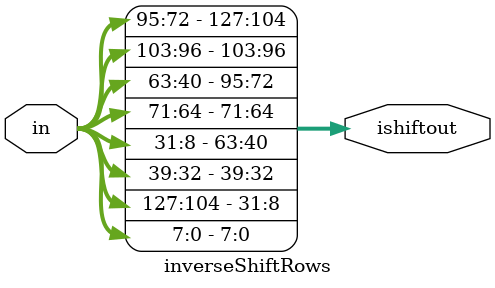
<source format=v>
module inverseShiftRows(
    input [127:0] in,
    output [127:0] ishiftout
    );
    
    //ilk satır r=0 kaydırma yok
    assign ishiftout[7:0]     =  in[7:0];       // Byte 0
    assign ishiftout[39:32]   =  in[39:32];     // Byte 4
    assign ishiftout[71:64]   =  in[71:64];     // Byte 8
    assign ishiftout[103:96]  =  in[103:96];    // Byte 12

    //ikinci satır r=1 1 kez sağa kaydırma
    assign ishiftout[47:40]   =  in[15:8];     // Byte 1
    assign ishiftout[79:72]   =  in[47:40];    // Byte 5
    assign ishiftout[111:104] =  in[79:72];    // Byte 9
    assign ishiftout[15:8]    =  in[111:104];  // Byte 13
    
    //üçüncü satır r=2 2 kez sağa kaydırma
    assign ishiftout[55:48]   =  in[23:16];     // Byte 2
    assign ishiftout[87:80]   =  in[55:48];     // Byte 6
    assign ishiftout[119:112] =  in[87:80];     // Byte 10
    assign ishiftout[23:16]   =  in[119:112];   // Byte 14
    
    //dördüncü satır r=3 3 kez sağa kaydırma
    assign ishiftout[63:56]   =  in[31:24];    // Byte 3
    assign ishiftout[95:88]   =  in[63:56];    // Byte 7
    assign ishiftout[127:120] =  in[95:88];    // Byte 11
    assign ishiftout[31:24]   =  in[127:120];  // Byte 15
    
endmodule

</source>
